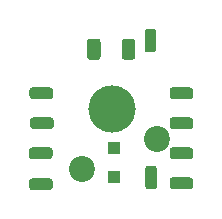
<source format=gbr>
%TF.GenerationSoftware,KiCad,Pcbnew,5.1.9*%
%TF.CreationDate,2021-04-13T03:12:43+02:00*%
%TF.ProjectId,_autosave-keycap,5f617574-6f73-4617-9665-2d6b65796361,rev?*%
%TF.SameCoordinates,Original*%
%TF.FileFunction,Soldermask,Bot*%
%TF.FilePolarity,Negative*%
%FSLAX46Y46*%
G04 Gerber Fmt 4.6, Leading zero omitted, Abs format (unit mm)*
G04 Created by KiCad (PCBNEW 5.1.9) date 2021-04-13 03:12:43*
%MOMM*%
%LPD*%
G01*
G04 APERTURE LIST*
%ADD10C,2.200000*%
%ADD11C,4.000000*%
%ADD12R,1.000000X1.000000*%
G04 APERTURE END LIST*
D10*
%TO.C,SW1*%
X118579900Y-118338600D03*
X124929900Y-115798600D03*
D11*
X121119900Y-113258600D03*
%TD*%
%TO.C,J6*%
G36*
G01*
X126275400Y-116505100D02*
X127775400Y-116505100D01*
G75*
G02*
X128025400Y-116755100I0J-250000D01*
G01*
X128025400Y-117255100D01*
G75*
G02*
X127775400Y-117505100I-250000J0D01*
G01*
X126275400Y-117505100D01*
G75*
G02*
X126025400Y-117255100I0J250000D01*
G01*
X126025400Y-116755100D01*
G75*
G02*
X126275400Y-116505100I250000J0D01*
G01*
G37*
%TD*%
%TO.C,J1*%
G36*
G01*
X115913600Y-112425100D02*
X114413600Y-112425100D01*
G75*
G02*
X114163600Y-112175100I0J250000D01*
G01*
X114163600Y-111675100D01*
G75*
G02*
X114413600Y-111425100I250000J0D01*
G01*
X115913600Y-111425100D01*
G75*
G02*
X116163600Y-111675100I0J-250000D01*
G01*
X116163600Y-112175100D01*
G75*
G02*
X115913600Y-112425100I-250000J0D01*
G01*
G37*
%TD*%
%TO.C,J3*%
G36*
G01*
X114367880Y-116505100D02*
X115867880Y-116505100D01*
G75*
G02*
X116117880Y-116755100I0J-250000D01*
G01*
X116117880Y-117255100D01*
G75*
G02*
X115867880Y-117505100I-250000J0D01*
G01*
X114367880Y-117505100D01*
G75*
G02*
X114117880Y-117255100I0J250000D01*
G01*
X114117880Y-116755100D01*
G75*
G02*
X114367880Y-116505100I250000J0D01*
G01*
G37*
%TD*%
%TO.C,J5*%
G36*
G01*
X126275400Y-113965100D02*
X127775400Y-113965100D01*
G75*
G02*
X128025400Y-114215100I0J-250000D01*
G01*
X128025400Y-114715100D01*
G75*
G02*
X127775400Y-114965100I-250000J0D01*
G01*
X126275400Y-114965100D01*
G75*
G02*
X126025400Y-114715100I0J250000D01*
G01*
X126025400Y-114215100D01*
G75*
G02*
X126275400Y-113965100I250000J0D01*
G01*
G37*
%TD*%
%TO.C,J4*%
G36*
G01*
X126275400Y-111425100D02*
X127775400Y-111425100D01*
G75*
G02*
X128025400Y-111675100I0J-250000D01*
G01*
X128025400Y-112175100D01*
G75*
G02*
X127775400Y-112425100I-250000J0D01*
G01*
X126275400Y-112425100D01*
G75*
G02*
X126025400Y-112175100I0J250000D01*
G01*
X126025400Y-111675100D01*
G75*
G02*
X126275400Y-111425100I250000J0D01*
G01*
G37*
%TD*%
%TO.C,C1*%
G36*
G01*
X119031800Y-108846381D02*
X119031800Y-107546379D01*
G75*
G02*
X119281799Y-107296380I249999J0D01*
G01*
X119931801Y-107296380D01*
G75*
G02*
X120181800Y-107546379I0J-249999D01*
G01*
X120181800Y-108846381D01*
G75*
G02*
X119931801Y-109096380I-249999J0D01*
G01*
X119281799Y-109096380D01*
G75*
G02*
X119031800Y-108846381I0J249999D01*
G01*
G37*
G36*
G01*
X121981800Y-108846381D02*
X121981800Y-107546379D01*
G75*
G02*
X122231799Y-107296380I249999J0D01*
G01*
X122881801Y-107296380D01*
G75*
G02*
X123131800Y-107546379I0J-249999D01*
G01*
X123131800Y-108846381D01*
G75*
G02*
X122881801Y-109096380I-249999J0D01*
G01*
X122231799Y-109096380D01*
G75*
G02*
X121981800Y-108846381I0J249999D01*
G01*
G37*
%TD*%
%TO.C,J8*%
G36*
G01*
X124960000Y-118304880D02*
X124960000Y-119804880D01*
G75*
G02*
X124710000Y-120054880I-250000J0D01*
G01*
X124210000Y-120054880D01*
G75*
G02*
X123960000Y-119804880I0J250000D01*
G01*
X123960000Y-118304880D01*
G75*
G02*
X124210000Y-118054880I250000J0D01*
G01*
X124710000Y-118054880D01*
G75*
G02*
X124960000Y-118304880I0J-250000D01*
G01*
G37*
%TD*%
%TO.C,J10*%
G36*
G01*
X115875500Y-120121300D02*
X114375500Y-120121300D01*
G75*
G02*
X114125500Y-119871300I0J250000D01*
G01*
X114125500Y-119371300D01*
G75*
G02*
X114375500Y-119121300I250000J0D01*
G01*
X115875500Y-119121300D01*
G75*
G02*
X116125500Y-119371300I0J-250000D01*
G01*
X116125500Y-119871300D01*
G75*
G02*
X115875500Y-120121300I-250000J0D01*
G01*
G37*
%TD*%
%TO.C,J9*%
G36*
G01*
X123904120Y-108202160D02*
X123904120Y-106702160D01*
G75*
G02*
X124154120Y-106452160I250000J0D01*
G01*
X124654120Y-106452160D01*
G75*
G02*
X124904120Y-106702160I0J-250000D01*
G01*
X124904120Y-108202160D01*
G75*
G02*
X124654120Y-108452160I-250000J0D01*
G01*
X124154120Y-108452160D01*
G75*
G02*
X123904120Y-108202160I0J250000D01*
G01*
G37*
%TD*%
D12*
%TO.C,D1*%
X121297700Y-119042500D03*
X121297700Y-116542500D03*
%TD*%
%TO.C,J7*%
G36*
G01*
X126275400Y-119045100D02*
X127775400Y-119045100D01*
G75*
G02*
X128025400Y-119295100I0J-250000D01*
G01*
X128025400Y-119795100D01*
G75*
G02*
X127775400Y-120045100I-250000J0D01*
G01*
X126275400Y-120045100D01*
G75*
G02*
X126025400Y-119795100I0J250000D01*
G01*
X126025400Y-119295100D01*
G75*
G02*
X126275400Y-119045100I250000J0D01*
G01*
G37*
%TD*%
%TO.C,J2*%
G36*
G01*
X114474560Y-113949860D02*
X115974560Y-113949860D01*
G75*
G02*
X116224560Y-114199860I0J-250000D01*
G01*
X116224560Y-114699860D01*
G75*
G02*
X115974560Y-114949860I-250000J0D01*
G01*
X114474560Y-114949860D01*
G75*
G02*
X114224560Y-114699860I0J250000D01*
G01*
X114224560Y-114199860D01*
G75*
G02*
X114474560Y-113949860I250000J0D01*
G01*
G37*
%TD*%
M02*

</source>
